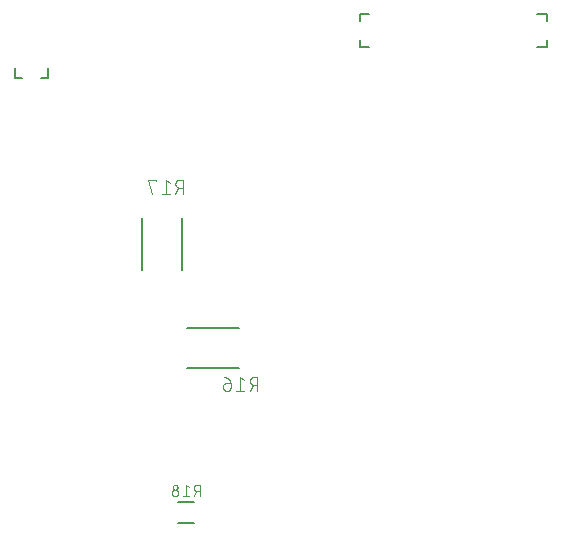
<source format=gbr>
G04 EAGLE Gerber RS-274X export*
G75*
%MOMM*%
%FSLAX34Y34*%
%LPD*%
%INSilkscreen Bottom*%
%IPPOS*%
%AMOC8*
5,1,8,0,0,1.08239X$1,22.5*%
G01*
%ADD10C,0.203200*%
%ADD11C,0.200000*%
%ADD12C,0.101600*%
%ADD13C,0.076200*%


D10*
X25000Y468900D02*
X19000Y468900D01*
X19000Y476900D01*
X41000Y468900D02*
X47000Y468900D01*
X47000Y476900D01*
X311200Y516900D02*
X311200Y522900D01*
X319200Y522900D01*
X311200Y500900D02*
X311200Y494900D01*
X319200Y494900D01*
X469400Y494900D02*
X469400Y500900D01*
X469400Y494900D02*
X461400Y494900D01*
X469400Y516900D02*
X469400Y522900D01*
X461400Y522900D01*
D11*
X209000Y223000D02*
X165000Y223000D01*
X165000Y257000D02*
X209000Y257000D01*
D12*
X224639Y215492D02*
X224639Y203808D01*
X224639Y215492D02*
X221393Y215492D01*
X221280Y215490D01*
X221167Y215484D01*
X221054Y215474D01*
X220941Y215460D01*
X220829Y215443D01*
X220718Y215421D01*
X220608Y215396D01*
X220498Y215366D01*
X220390Y215333D01*
X220283Y215296D01*
X220177Y215256D01*
X220073Y215211D01*
X219970Y215163D01*
X219869Y215112D01*
X219770Y215057D01*
X219673Y214999D01*
X219578Y214937D01*
X219485Y214872D01*
X219395Y214804D01*
X219307Y214733D01*
X219221Y214658D01*
X219138Y214581D01*
X219058Y214501D01*
X218981Y214418D01*
X218906Y214332D01*
X218835Y214244D01*
X218767Y214154D01*
X218702Y214061D01*
X218640Y213966D01*
X218582Y213869D01*
X218527Y213770D01*
X218476Y213669D01*
X218428Y213566D01*
X218383Y213462D01*
X218343Y213356D01*
X218306Y213249D01*
X218273Y213141D01*
X218243Y213031D01*
X218218Y212921D01*
X218196Y212810D01*
X218179Y212698D01*
X218165Y212585D01*
X218155Y212472D01*
X218149Y212359D01*
X218147Y212246D01*
X218149Y212133D01*
X218155Y212020D01*
X218165Y211907D01*
X218179Y211794D01*
X218196Y211682D01*
X218218Y211571D01*
X218243Y211461D01*
X218273Y211351D01*
X218306Y211243D01*
X218343Y211136D01*
X218383Y211030D01*
X218428Y210926D01*
X218476Y210823D01*
X218527Y210722D01*
X218582Y210623D01*
X218640Y210526D01*
X218702Y210431D01*
X218767Y210338D01*
X218835Y210248D01*
X218906Y210160D01*
X218981Y210074D01*
X219058Y209991D01*
X219138Y209911D01*
X219221Y209834D01*
X219307Y209759D01*
X219395Y209688D01*
X219485Y209620D01*
X219578Y209555D01*
X219673Y209493D01*
X219770Y209435D01*
X219869Y209380D01*
X219970Y209329D01*
X220073Y209281D01*
X220177Y209236D01*
X220283Y209196D01*
X220390Y209159D01*
X220498Y209126D01*
X220608Y209096D01*
X220718Y209071D01*
X220829Y209049D01*
X220941Y209032D01*
X221054Y209018D01*
X221167Y209008D01*
X221280Y209002D01*
X221393Y209000D01*
X221393Y209001D02*
X224639Y209001D01*
X220744Y209001D02*
X218148Y203808D01*
X213282Y212896D02*
X210037Y215492D01*
X210037Y203808D01*
X213282Y203808D02*
X206791Y203808D01*
X201852Y210299D02*
X197958Y210299D01*
X197859Y210297D01*
X197759Y210291D01*
X197660Y210282D01*
X197562Y210269D01*
X197464Y210252D01*
X197366Y210231D01*
X197270Y210206D01*
X197175Y210178D01*
X197081Y210146D01*
X196988Y210111D01*
X196896Y210072D01*
X196806Y210029D01*
X196718Y209984D01*
X196631Y209934D01*
X196547Y209882D01*
X196464Y209826D01*
X196384Y209768D01*
X196306Y209706D01*
X196231Y209641D01*
X196158Y209573D01*
X196088Y209503D01*
X196020Y209430D01*
X195955Y209355D01*
X195893Y209277D01*
X195835Y209197D01*
X195779Y209114D01*
X195727Y209030D01*
X195677Y208943D01*
X195632Y208855D01*
X195589Y208765D01*
X195550Y208673D01*
X195515Y208580D01*
X195483Y208486D01*
X195455Y208391D01*
X195430Y208295D01*
X195409Y208197D01*
X195392Y208099D01*
X195379Y208001D01*
X195370Y207902D01*
X195364Y207802D01*
X195362Y207703D01*
X195361Y207703D02*
X195361Y207054D01*
X195363Y206941D01*
X195369Y206828D01*
X195379Y206715D01*
X195393Y206602D01*
X195410Y206490D01*
X195432Y206379D01*
X195457Y206269D01*
X195487Y206159D01*
X195520Y206051D01*
X195557Y205944D01*
X195597Y205838D01*
X195642Y205734D01*
X195690Y205631D01*
X195741Y205530D01*
X195796Y205431D01*
X195854Y205334D01*
X195916Y205239D01*
X195981Y205146D01*
X196049Y205056D01*
X196120Y204968D01*
X196195Y204882D01*
X196272Y204799D01*
X196352Y204719D01*
X196435Y204642D01*
X196521Y204567D01*
X196609Y204496D01*
X196699Y204428D01*
X196792Y204363D01*
X196887Y204301D01*
X196984Y204243D01*
X197083Y204188D01*
X197184Y204137D01*
X197287Y204089D01*
X197391Y204044D01*
X197497Y204004D01*
X197604Y203967D01*
X197712Y203934D01*
X197822Y203904D01*
X197932Y203879D01*
X198043Y203857D01*
X198155Y203840D01*
X198268Y203826D01*
X198381Y203816D01*
X198494Y203810D01*
X198607Y203808D01*
X198720Y203810D01*
X198833Y203816D01*
X198946Y203826D01*
X199059Y203840D01*
X199171Y203857D01*
X199282Y203879D01*
X199392Y203904D01*
X199502Y203934D01*
X199610Y203967D01*
X199717Y204004D01*
X199823Y204044D01*
X199927Y204089D01*
X200030Y204137D01*
X200131Y204188D01*
X200230Y204243D01*
X200327Y204301D01*
X200422Y204363D01*
X200515Y204428D01*
X200605Y204496D01*
X200693Y204567D01*
X200779Y204642D01*
X200862Y204719D01*
X200942Y204799D01*
X201019Y204882D01*
X201094Y204968D01*
X201165Y205056D01*
X201233Y205146D01*
X201298Y205239D01*
X201360Y205334D01*
X201418Y205431D01*
X201473Y205530D01*
X201524Y205631D01*
X201572Y205734D01*
X201617Y205838D01*
X201657Y205944D01*
X201694Y206051D01*
X201727Y206159D01*
X201757Y206269D01*
X201782Y206379D01*
X201804Y206490D01*
X201821Y206602D01*
X201835Y206715D01*
X201845Y206828D01*
X201851Y206941D01*
X201853Y207054D01*
X201852Y207054D02*
X201852Y210299D01*
X201853Y210299D02*
X201851Y210442D01*
X201845Y210585D01*
X201835Y210728D01*
X201821Y210870D01*
X201804Y211012D01*
X201782Y211154D01*
X201757Y211295D01*
X201727Y211435D01*
X201694Y211574D01*
X201657Y211712D01*
X201616Y211849D01*
X201572Y211985D01*
X201523Y212120D01*
X201471Y212253D01*
X201416Y212385D01*
X201356Y212515D01*
X201293Y212644D01*
X201227Y212771D01*
X201157Y212896D01*
X201084Y213018D01*
X201007Y213139D01*
X200927Y213258D01*
X200844Y213374D01*
X200758Y213489D01*
X200669Y213600D01*
X200576Y213710D01*
X200481Y213816D01*
X200382Y213920D01*
X200281Y214021D01*
X200177Y214120D01*
X200071Y214215D01*
X199961Y214308D01*
X199850Y214397D01*
X199735Y214483D01*
X199619Y214566D01*
X199500Y214646D01*
X199379Y214723D01*
X199257Y214796D01*
X199132Y214866D01*
X199005Y214932D01*
X198876Y214995D01*
X198746Y215055D01*
X198614Y215110D01*
X198481Y215162D01*
X198346Y215211D01*
X198210Y215255D01*
X198073Y215296D01*
X197935Y215333D01*
X197796Y215366D01*
X197656Y215396D01*
X197515Y215421D01*
X197373Y215443D01*
X197231Y215460D01*
X197089Y215474D01*
X196946Y215484D01*
X196803Y215490D01*
X196660Y215492D01*
D11*
X127000Y306000D02*
X127000Y350000D01*
X161000Y350000D02*
X161000Y306000D01*
D12*
X161639Y370808D02*
X161639Y382492D01*
X158393Y382492D01*
X158280Y382490D01*
X158167Y382484D01*
X158054Y382474D01*
X157941Y382460D01*
X157829Y382443D01*
X157718Y382421D01*
X157608Y382396D01*
X157498Y382366D01*
X157390Y382333D01*
X157283Y382296D01*
X157177Y382256D01*
X157073Y382211D01*
X156970Y382163D01*
X156869Y382112D01*
X156770Y382057D01*
X156673Y381999D01*
X156578Y381937D01*
X156485Y381872D01*
X156395Y381804D01*
X156307Y381733D01*
X156221Y381658D01*
X156138Y381581D01*
X156058Y381501D01*
X155981Y381418D01*
X155906Y381332D01*
X155835Y381244D01*
X155767Y381154D01*
X155702Y381061D01*
X155640Y380966D01*
X155582Y380869D01*
X155527Y380770D01*
X155476Y380669D01*
X155428Y380566D01*
X155383Y380462D01*
X155343Y380356D01*
X155306Y380249D01*
X155273Y380141D01*
X155243Y380031D01*
X155218Y379921D01*
X155196Y379810D01*
X155179Y379698D01*
X155165Y379585D01*
X155155Y379472D01*
X155149Y379359D01*
X155147Y379246D01*
X155149Y379133D01*
X155155Y379020D01*
X155165Y378907D01*
X155179Y378794D01*
X155196Y378682D01*
X155218Y378571D01*
X155243Y378461D01*
X155273Y378351D01*
X155306Y378243D01*
X155343Y378136D01*
X155383Y378030D01*
X155428Y377926D01*
X155476Y377823D01*
X155527Y377722D01*
X155582Y377623D01*
X155640Y377526D01*
X155702Y377431D01*
X155767Y377338D01*
X155835Y377248D01*
X155906Y377160D01*
X155981Y377074D01*
X156058Y376991D01*
X156138Y376911D01*
X156221Y376834D01*
X156307Y376759D01*
X156395Y376688D01*
X156485Y376620D01*
X156578Y376555D01*
X156673Y376493D01*
X156770Y376435D01*
X156869Y376380D01*
X156970Y376329D01*
X157073Y376281D01*
X157177Y376236D01*
X157283Y376196D01*
X157390Y376159D01*
X157498Y376126D01*
X157608Y376096D01*
X157718Y376071D01*
X157829Y376049D01*
X157941Y376032D01*
X158054Y376018D01*
X158167Y376008D01*
X158280Y376002D01*
X158393Y376000D01*
X158393Y376001D02*
X161639Y376001D01*
X157744Y376001D02*
X155148Y370808D01*
X150282Y379896D02*
X147037Y382492D01*
X147037Y370808D01*
X150282Y370808D02*
X143791Y370808D01*
X138852Y381194D02*
X138852Y382492D01*
X132361Y382492D01*
X135607Y370808D01*
D11*
X157000Y110000D02*
X171000Y110000D01*
X171000Y92000D02*
X157000Y92000D01*
D13*
X175726Y114881D02*
X175726Y124279D01*
X173115Y124279D01*
X173014Y124277D01*
X172913Y124271D01*
X172812Y124261D01*
X172712Y124248D01*
X172612Y124230D01*
X172513Y124209D01*
X172415Y124183D01*
X172318Y124154D01*
X172222Y124122D01*
X172128Y124085D01*
X172035Y124045D01*
X171943Y124001D01*
X171854Y123954D01*
X171766Y123903D01*
X171680Y123849D01*
X171597Y123792D01*
X171515Y123732D01*
X171437Y123668D01*
X171360Y123602D01*
X171287Y123532D01*
X171216Y123460D01*
X171148Y123385D01*
X171083Y123307D01*
X171021Y123227D01*
X170962Y123145D01*
X170906Y123060D01*
X170854Y122974D01*
X170805Y122885D01*
X170759Y122794D01*
X170718Y122702D01*
X170679Y122608D01*
X170645Y122513D01*
X170614Y122417D01*
X170587Y122319D01*
X170563Y122221D01*
X170544Y122121D01*
X170528Y122021D01*
X170516Y121921D01*
X170508Y121820D01*
X170504Y121719D01*
X170504Y121617D01*
X170508Y121516D01*
X170516Y121415D01*
X170528Y121315D01*
X170544Y121215D01*
X170563Y121115D01*
X170587Y121017D01*
X170614Y120919D01*
X170645Y120823D01*
X170679Y120728D01*
X170718Y120634D01*
X170759Y120542D01*
X170805Y120451D01*
X170854Y120363D01*
X170906Y120276D01*
X170962Y120191D01*
X171021Y120109D01*
X171083Y120029D01*
X171148Y119951D01*
X171216Y119876D01*
X171287Y119804D01*
X171360Y119734D01*
X171437Y119668D01*
X171515Y119604D01*
X171597Y119544D01*
X171680Y119487D01*
X171766Y119433D01*
X171854Y119382D01*
X171943Y119335D01*
X172035Y119291D01*
X172128Y119251D01*
X172222Y119214D01*
X172318Y119182D01*
X172415Y119153D01*
X172513Y119127D01*
X172612Y119106D01*
X172712Y119088D01*
X172812Y119075D01*
X172913Y119065D01*
X173014Y119059D01*
X173115Y119057D01*
X173115Y119058D02*
X175726Y119058D01*
X172593Y119058D02*
X170505Y114881D01*
X166639Y122191D02*
X164029Y124279D01*
X164029Y114881D01*
X166639Y114881D02*
X161418Y114881D01*
X157496Y117492D02*
X157494Y117593D01*
X157488Y117694D01*
X157478Y117795D01*
X157465Y117895D01*
X157447Y117995D01*
X157426Y118094D01*
X157400Y118192D01*
X157371Y118289D01*
X157339Y118385D01*
X157302Y118479D01*
X157262Y118572D01*
X157218Y118664D01*
X157171Y118753D01*
X157120Y118841D01*
X157066Y118927D01*
X157009Y119010D01*
X156949Y119092D01*
X156885Y119170D01*
X156819Y119247D01*
X156749Y119320D01*
X156677Y119391D01*
X156602Y119459D01*
X156524Y119524D01*
X156444Y119586D01*
X156362Y119645D01*
X156277Y119701D01*
X156191Y119753D01*
X156102Y119802D01*
X156011Y119848D01*
X155919Y119889D01*
X155825Y119928D01*
X155730Y119962D01*
X155634Y119993D01*
X155536Y120020D01*
X155438Y120044D01*
X155338Y120063D01*
X155238Y120079D01*
X155138Y120091D01*
X155037Y120099D01*
X154936Y120103D01*
X154834Y120103D01*
X154733Y120099D01*
X154632Y120091D01*
X154532Y120079D01*
X154432Y120063D01*
X154332Y120044D01*
X154234Y120020D01*
X154136Y119993D01*
X154040Y119962D01*
X153945Y119928D01*
X153851Y119889D01*
X153759Y119848D01*
X153668Y119802D01*
X153580Y119753D01*
X153493Y119701D01*
X153408Y119645D01*
X153326Y119586D01*
X153246Y119524D01*
X153168Y119459D01*
X153093Y119391D01*
X153021Y119320D01*
X152951Y119247D01*
X152885Y119170D01*
X152821Y119092D01*
X152761Y119010D01*
X152704Y118927D01*
X152650Y118841D01*
X152599Y118753D01*
X152552Y118664D01*
X152508Y118572D01*
X152468Y118479D01*
X152431Y118385D01*
X152399Y118289D01*
X152370Y118192D01*
X152344Y118094D01*
X152323Y117995D01*
X152305Y117895D01*
X152292Y117795D01*
X152282Y117694D01*
X152276Y117593D01*
X152274Y117492D01*
X152276Y117391D01*
X152282Y117290D01*
X152292Y117189D01*
X152305Y117089D01*
X152323Y116989D01*
X152344Y116890D01*
X152370Y116792D01*
X152399Y116695D01*
X152431Y116599D01*
X152468Y116505D01*
X152508Y116412D01*
X152552Y116320D01*
X152599Y116231D01*
X152650Y116143D01*
X152704Y116057D01*
X152761Y115974D01*
X152821Y115892D01*
X152885Y115814D01*
X152951Y115737D01*
X153021Y115664D01*
X153093Y115593D01*
X153168Y115525D01*
X153246Y115460D01*
X153326Y115398D01*
X153408Y115339D01*
X153493Y115283D01*
X153580Y115231D01*
X153668Y115182D01*
X153759Y115136D01*
X153851Y115095D01*
X153945Y115056D01*
X154040Y115022D01*
X154136Y114991D01*
X154234Y114964D01*
X154332Y114940D01*
X154432Y114921D01*
X154532Y114905D01*
X154632Y114893D01*
X154733Y114885D01*
X154834Y114881D01*
X154936Y114881D01*
X155037Y114885D01*
X155138Y114893D01*
X155238Y114905D01*
X155338Y114921D01*
X155438Y114940D01*
X155536Y114964D01*
X155634Y114991D01*
X155730Y115022D01*
X155825Y115056D01*
X155919Y115095D01*
X156011Y115136D01*
X156102Y115182D01*
X156190Y115231D01*
X156277Y115283D01*
X156362Y115339D01*
X156444Y115398D01*
X156524Y115460D01*
X156602Y115525D01*
X156677Y115593D01*
X156749Y115664D01*
X156819Y115737D01*
X156885Y115814D01*
X156949Y115892D01*
X157009Y115974D01*
X157066Y116057D01*
X157120Y116143D01*
X157171Y116231D01*
X157218Y116320D01*
X157262Y116412D01*
X157302Y116505D01*
X157339Y116599D01*
X157371Y116695D01*
X157400Y116792D01*
X157426Y116890D01*
X157447Y116989D01*
X157465Y117089D01*
X157478Y117189D01*
X157488Y117290D01*
X157494Y117391D01*
X157496Y117492D01*
X156973Y122191D02*
X156971Y122281D01*
X156965Y122370D01*
X156956Y122460D01*
X156942Y122549D01*
X156925Y122637D01*
X156904Y122724D01*
X156879Y122811D01*
X156850Y122896D01*
X156818Y122980D01*
X156783Y123062D01*
X156743Y123143D01*
X156701Y123222D01*
X156655Y123299D01*
X156605Y123374D01*
X156553Y123447D01*
X156497Y123518D01*
X156439Y123586D01*
X156377Y123651D01*
X156313Y123714D01*
X156246Y123774D01*
X156177Y123831D01*
X156105Y123885D01*
X156031Y123936D01*
X155955Y123984D01*
X155877Y124028D01*
X155797Y124069D01*
X155715Y124107D01*
X155632Y124141D01*
X155547Y124171D01*
X155461Y124198D01*
X155375Y124221D01*
X155287Y124240D01*
X155198Y124255D01*
X155109Y124267D01*
X155020Y124275D01*
X154930Y124279D01*
X154840Y124279D01*
X154750Y124275D01*
X154661Y124267D01*
X154572Y124255D01*
X154483Y124240D01*
X154395Y124221D01*
X154309Y124198D01*
X154223Y124171D01*
X154138Y124141D01*
X154055Y124107D01*
X153973Y124069D01*
X153893Y124028D01*
X153815Y123984D01*
X153739Y123936D01*
X153665Y123885D01*
X153593Y123831D01*
X153524Y123774D01*
X153457Y123714D01*
X153393Y123651D01*
X153331Y123586D01*
X153273Y123518D01*
X153217Y123447D01*
X153165Y123374D01*
X153115Y123299D01*
X153069Y123222D01*
X153027Y123143D01*
X152987Y123062D01*
X152952Y122980D01*
X152920Y122896D01*
X152891Y122811D01*
X152866Y122724D01*
X152845Y122637D01*
X152828Y122549D01*
X152814Y122460D01*
X152805Y122370D01*
X152799Y122281D01*
X152797Y122191D01*
X152799Y122101D01*
X152805Y122012D01*
X152814Y121922D01*
X152828Y121833D01*
X152845Y121745D01*
X152866Y121658D01*
X152891Y121571D01*
X152920Y121486D01*
X152952Y121402D01*
X152987Y121320D01*
X153027Y121239D01*
X153069Y121160D01*
X153115Y121083D01*
X153165Y121008D01*
X153217Y120935D01*
X153273Y120864D01*
X153331Y120796D01*
X153393Y120731D01*
X153457Y120668D01*
X153524Y120608D01*
X153593Y120551D01*
X153665Y120497D01*
X153739Y120446D01*
X153815Y120398D01*
X153893Y120354D01*
X153973Y120313D01*
X154055Y120275D01*
X154138Y120241D01*
X154223Y120211D01*
X154309Y120184D01*
X154395Y120161D01*
X154483Y120142D01*
X154572Y120127D01*
X154661Y120115D01*
X154750Y120107D01*
X154840Y120103D01*
X154930Y120103D01*
X155020Y120107D01*
X155109Y120115D01*
X155198Y120127D01*
X155287Y120142D01*
X155375Y120161D01*
X155461Y120184D01*
X155547Y120211D01*
X155632Y120241D01*
X155715Y120275D01*
X155797Y120313D01*
X155877Y120354D01*
X155955Y120398D01*
X156031Y120446D01*
X156105Y120497D01*
X156177Y120551D01*
X156246Y120608D01*
X156313Y120668D01*
X156377Y120731D01*
X156439Y120796D01*
X156497Y120864D01*
X156553Y120935D01*
X156605Y121008D01*
X156655Y121083D01*
X156701Y121160D01*
X156743Y121239D01*
X156783Y121320D01*
X156818Y121402D01*
X156850Y121486D01*
X156879Y121571D01*
X156904Y121658D01*
X156925Y121745D01*
X156942Y121833D01*
X156956Y121922D01*
X156965Y122012D01*
X156971Y122101D01*
X156973Y122191D01*
M02*

</source>
